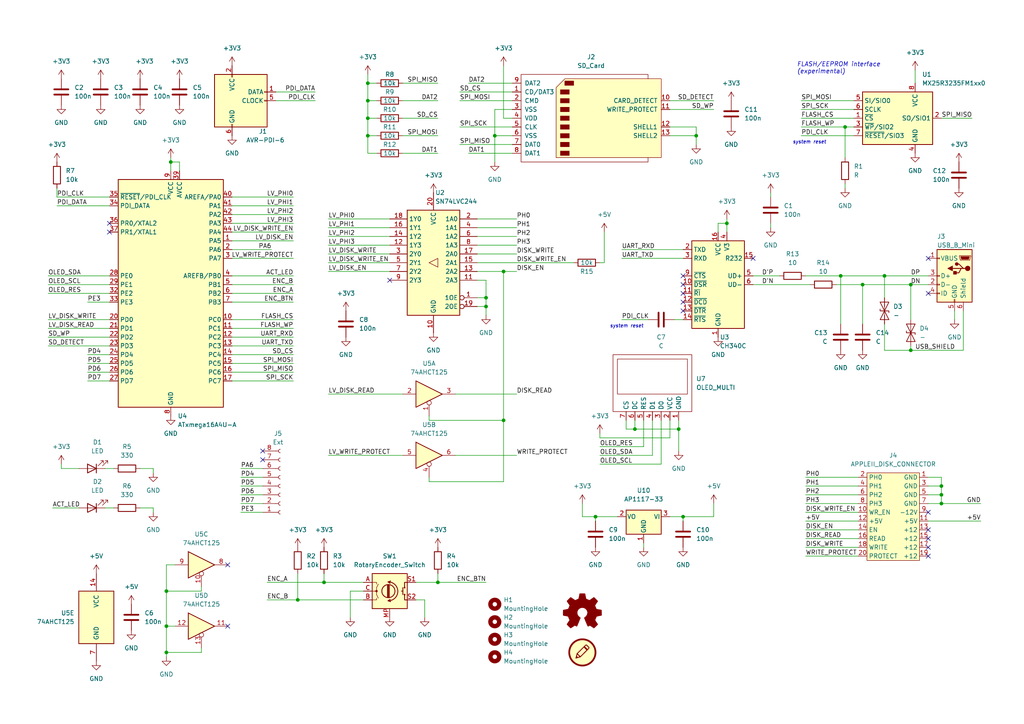
<source format=kicad_sch>
(kicad_sch (version 20211123) (generator eeschema)
  (paper "A4")
  (title_block (title "tinyDiskII") (date "2022-06-11") (rev "1.99") (company "RetrOfficina GLG Programs"))
  (junction (at 196.85 124.46))
  (junction (at 273.05 146.05))
  (junction (at 86.36 173.99))
  (junction (at 264.16 82.55))
  (junction (at 201.93 39.37))
  (junction (at 146.05 121.92))
  (junction (at 210.82 64.77))
  (junction (at 127 168.91))
  (junction (at 106.68 39.37))
  (junction (at 143.51 39.37))
  (junction (at 273.05 143.51))
  (junction (at 184.15 124.46))
  (junction (at 243.84 80.01))
  (junction (at 48.26 171.45))
  (junction (at 264.16 101.6))
  (junction (at 48.26 181.61))
  (junction (at 106.68 34.29))
  (junction (at 146.05 78.74))
  (junction (at 198.12 149.86))
  (junction (at 140.97 88.9))
  (junction (at 250.19 82.55))
  (junction (at 106.68 24.13))
  (junction (at 48.26 189.23))
  (junction (at 273.05 140.97))
  (junction (at 140.97 86.36))
  (junction (at 172.72 149.86))
  (junction (at 245.11 36.83))
  (junction (at 256.54 80.01))
  (junction (at 93.98 168.91))
  (junction (at 106.68 29.21))
  (junction (at 49.53 46.99))
  (no_connect (at 269.24 74.93))
  (no_connect (at 113.03 81.28))
  (no_connect (at 76.2 130.81))
  (no_connect (at 218.44 74.93))
  (no_connect (at 66.04 163.83))
  (no_connect (at 66.04 181.61))
  (no_connect (at 269.24 85.09))
  (no_connect (at 269.24 156.21))
  (no_connect (at 269.24 161.29))
  (no_connect (at 31.75 64.77))
  (no_connect (at 269.24 148.59))
  (no_connect (at 31.75 67.31))
  (no_connect (at 269.24 153.67))
  (no_connect (at 76.2 133.35))
  (no_connect (at 269.24 158.75))
  (no_connect (at 198.12 90.17))
  (no_connect (at 198.12 87.63))
  (no_connect (at 198.12 85.09))
  (no_connect (at 198.12 82.55))
  (no_connect (at 198.12 80.01))
  (wire (pts (xy 232.41 29.21) (xy 247.65 29.21)))
  (wire (pts (xy 180.34 74.93) (xy 198.12 74.93)))
  (wire (pts (xy 232.41 39.37) (xy 247.65 39.37)))
  (wire (pts (xy 243.84 80.01) (xy 256.54 80.01)))
  (wire (pts (xy 245.11 36.83) (xy 245.11 45.72)))
  (wire (pts (xy 106.68 24.13) (xy 109.22 24.13)))
  (wire (pts (xy 76.2 146.05) (xy 69.85 146.05)))
  (wire (pts (xy 264.16 100.33) (xy 264.16 101.6)))
  (wire (pts (xy 13.97 92.71) (xy 31.75 92.71)))
  (wire (pts (xy 184.15 124.46) (xy 184.15 121.92)))
  (wire (pts (xy 146.05 139.7) (xy 124.46 139.7)))
  (wire (pts (xy 58.42 187.96) (xy 58.42 189.23)))
  (wire (pts (xy 85.09 57.15) (xy 67.31 57.15)))
  (wire (pts (xy 106.68 39.37) (xy 109.22 39.37)))
  (wire (pts (xy 201.93 39.37) (xy 201.93 41.91)))
  (wire (pts (xy 85.09 87.63) (xy 67.31 87.63)))
  (wire (pts (xy 276.86 90.17) (xy 276.86 92.71)))
  (wire (pts (xy 195.58 92.71) (xy 198.12 92.71)))
  (wire (pts (xy 140.97 86.36) (xy 140.97 81.28)))
  (wire (pts (xy 85.09 92.71) (xy 67.31 92.71)))
  (wire (pts (xy 207.01 146.05) (xy 207.01 149.86)))
  (wire (pts (xy 48.26 189.23) (xy 48.26 190.5)))
  (wire (pts (xy 85.09 59.69) (xy 67.31 59.69)))
  (wire (pts (xy 44.45 147.32) (xy 44.45 148.59)))
  (wire (pts (xy 196.85 121.92) (xy 196.85 124.46)))
  (wire (pts (xy 95.25 132.08) (xy 116.84 132.08)))
  (wire (pts (xy 181.61 124.46) (xy 184.15 124.46)))
  (wire (pts (xy 76.2 140.97) (xy 69.85 140.97)))
  (wire (pts (xy 52.07 49.53) (xy 52.07 46.99)))
  (wire (pts (xy 30.48 135.89) (xy 33.02 135.89)))
  (wire (pts (xy 106.68 34.29) (xy 106.68 39.37)))
  (wire (pts (xy 138.43 68.58) (xy 149.86 68.58)))
  (wire (pts (xy 248.92 140.97) (xy 233.68 140.97)))
  (wire (pts (xy 106.68 24.13) (xy 106.68 29.21)))
  (wire (pts (xy 196.85 124.46) (xy 196.85 130.81)))
  (wire (pts (xy 13.97 95.25) (xy 31.75 95.25)))
  (wire (pts (xy 248.92 161.29) (xy 233.68 161.29)))
  (wire (pts (xy 232.41 34.29) (xy 247.65 34.29)))
  (wire (pts (xy 194.31 36.83) (xy 201.93 36.83)))
  (wire (pts (xy 76.2 138.43) (xy 69.85 138.43)))
  (wire (pts (xy 16.51 59.69) (xy 31.75 59.69)))
  (wire (pts (xy 168.91 149.86) (xy 172.72 149.86)))
  (wire (pts (xy 116.84 24.13) (xy 127 24.13)))
  (wire (pts (xy 218.44 80.01) (xy 226.06 80.01)))
  (wire (pts (xy 95.25 76.2) (xy 113.03 76.2)))
  (wire (pts (xy 186.69 158.75) (xy 186.69 157.48)))
  (wire (pts (xy 85.09 110.49) (xy 67.31 110.49)))
  (wire (pts (xy 31.75 110.49) (xy 25.4 110.49)))
  (wire (pts (xy 198.12 149.86) (xy 207.01 149.86)))
  (wire (pts (xy 135.89 24.13) (xy 148.59 24.13)))
  (wire (pts (xy 232.41 36.83) (xy 245.11 36.83)))
  (wire (pts (xy 232.41 31.75) (xy 247.65 31.75)))
  (wire (pts (xy 138.43 88.9) (xy 140.97 88.9)))
  (wire (pts (xy 85.09 95.25) (xy 67.31 95.25)))
  (wire (pts (xy 85.09 69.85) (xy 67.31 69.85)))
  (wire (pts (xy 248.92 158.75) (xy 233.68 158.75)))
  (wire (pts (xy 48.26 189.23) (xy 58.42 189.23)))
  (wire (pts (xy 13.97 97.79) (xy 31.75 97.79)))
  (wire (pts (xy 132.08 132.08) (xy 149.86 132.08)))
  (wire (pts (xy 40.64 135.89) (xy 44.45 135.89)))
  (wire (pts (xy 17.78 134.62) (xy 17.78 135.89)))
  (wire (pts (xy 233.68 80.01) (xy 243.84 80.01)))
  (wire (pts (xy 223.52 64.77) (xy 223.52 66.04)))
  (wire (pts (xy 245.11 36.83) (xy 247.65 36.83)))
  (wire (pts (xy 48.26 181.61) (xy 50.8 181.61)))
  (wire (pts (xy 173.99 132.08) (xy 189.23 132.08)))
  (wire (pts (xy 77.47 168.91) (xy 93.98 168.91)))
  (wire (pts (xy 264.16 101.6) (xy 256.54 101.6)))
  (wire (pts (xy 85.09 64.77) (xy 67.31 64.77)))
  (wire (pts (xy 138.43 63.5) (xy 149.86 63.5)))
  (wire (pts (xy 127 166.37) (xy 127 168.91)))
  (wire (pts (xy 49.53 46.99) (xy 49.53 49.53)))
  (wire (pts (xy 40.64 147.32) (xy 44.45 147.32)))
  (wire (pts (xy 146.05 78.74) (xy 146.05 121.92)))
  (wire (pts (xy 48.26 163.83) (xy 48.26 171.45)))
  (wire (pts (xy 127 168.91) (xy 140.97 168.91)))
  (wire (pts (xy 67.31 102.87) (xy 85.09 102.87)))
  (wire (pts (xy 198.12 149.86) (xy 198.12 151.13)))
  (wire (pts (xy 13.97 85.09) (xy 31.75 85.09)))
  (wire (pts (xy 95.25 68.58) (xy 113.03 68.58)))
  (wire (pts (xy 180.34 92.71) (xy 187.96 92.71)))
  (wire (pts (xy 76.2 148.59) (xy 69.85 148.59)))
  (wire (pts (xy 273.05 146.05) (xy 273.05 143.51)))
  (wire (pts (xy 248.92 146.05) (xy 233.68 146.05)))
  (wire (pts (xy 31.75 102.87) (xy 25.4 102.87)))
  (wire (pts (xy 31.75 105.41) (xy 25.4 105.41)))
  (wire (pts (xy 194.31 31.75) (xy 207.01 31.75)))
  (wire (pts (xy 269.24 138.43) (xy 273.05 138.43)))
  (wire (pts (xy 85.09 85.09) (xy 67.31 85.09)))
  (wire (pts (xy 133.35 29.21) (xy 148.59 29.21)))
  (wire (pts (xy 85.09 82.55) (xy 67.31 82.55)))
  (wire (pts (xy 135.89 44.45) (xy 148.59 44.45)))
  (wire (pts (xy 116.84 29.21) (xy 127 29.21)))
  (wire (pts (xy 248.92 153.67) (xy 233.68 153.67)))
  (wire (pts (xy 80.01 26.67) (xy 91.44 26.67)))
  (wire (pts (xy 138.43 78.74) (xy 146.05 78.74)))
  (wire (pts (xy 95.25 78.74) (xy 113.03 78.74)))
  (wire (pts (xy 48.26 171.45) (xy 48.26 181.61)))
  (wire (pts (xy 48.26 181.61) (xy 48.26 189.23)))
  (wire (pts (xy 273.05 146.05) (xy 284.48 146.05)))
  (wire (pts (xy 13.97 100.33) (xy 31.75 100.33)))
  (wire (pts (xy 76.2 143.51) (xy 69.85 143.51)))
  (wire (pts (xy 140.97 88.9) (xy 140.97 91.44)))
  (wire (pts (xy 264.16 101.6) (xy 279.4 101.6)))
  (wire (pts (xy 194.31 121.92) (xy 194.31 127)))
  (wire (pts (xy 52.07 46.99) (xy 49.53 46.99)))
  (wire (pts (xy 273.05 34.29) (xy 281.94 34.29)))
  (wire (pts (xy 180.34 72.39) (xy 198.12 72.39)))
  (wire (pts (xy 208.28 64.77) (xy 210.82 64.77)))
  (wire (pts (xy 138.43 66.04) (xy 149.86 66.04)))
  (wire (pts (xy 85.09 97.79) (xy 67.31 97.79)))
  (wire (pts (xy 269.24 146.05) (xy 273.05 146.05)))
  (wire (pts (xy 106.68 39.37) (xy 106.68 44.45)))
  (wire (pts (xy 140.97 81.28) (xy 138.43 81.28)))
  (wire (pts (xy 181.61 121.92) (xy 181.61 124.46)))
  (wire (pts (xy 78.74 72.39) (xy 67.31 72.39)))
  (wire (pts (xy 279.4 90.17) (xy 279.4 101.6)))
  (wire (pts (xy 269.24 140.97) (xy 273.05 140.97)))
  (wire (pts (xy 172.72 149.86) (xy 172.72 151.13)))
  (wire (pts (xy 31.75 107.95) (xy 25.4 107.95)))
  (wire (pts (xy 85.09 100.33) (xy 67.31 100.33)))
  (wire (pts (xy 106.68 21.59) (xy 106.68 24.13)))
  (wire (pts (xy 175.26 67.31) (xy 175.26 76.2)))
  (wire (pts (xy 85.09 62.23) (xy 67.31 62.23)))
  (wire (pts (xy 184.15 124.46) (xy 196.85 124.46)))
  (wire (pts (xy 124.46 121.92) (xy 146.05 121.92)))
  (wire (pts (xy 146.05 78.74) (xy 149.86 78.74)))
  (wire (pts (xy 106.68 29.21) (xy 109.22 29.21)))
  (wire (pts (xy 210.82 64.77) (xy 210.82 67.31)))
  (wire (pts (xy 93.98 166.37) (xy 93.98 168.91)))
  (wire (pts (xy 106.68 29.21) (xy 106.68 34.29)))
  (wire (pts (xy 77.47 173.99) (xy 86.36 173.99)))
  (wire (pts (xy 273.05 143.51) (xy 273.05 140.97)))
  (wire (pts (xy 256.54 80.01) (xy 256.54 86.36)))
  (wire (pts (xy 194.31 149.86) (xy 198.12 149.86)))
  (wire (pts (xy 31.75 87.63) (xy 25.4 87.63)))
  (wire (pts (xy 138.43 71.12) (xy 149.86 71.12)))
  (wire (pts (xy 44.45 135.89) (xy 44.45 137.16)))
  (wire (pts (xy 133.35 26.67) (xy 148.59 26.67)))
  (wire (pts (xy 173.99 76.2) (xy 175.26 76.2)))
  (wire (pts (xy 116.84 44.45) (xy 127 44.45)))
  (wire (pts (xy 256.54 80.01) (xy 269.24 80.01)))
  (wire (pts (xy 49.53 45.72) (xy 49.53 46.99)))
  (wire (pts (xy 148.59 34.29) (xy 146.05 34.29)))
  (wire (pts (xy 120.65 168.91) (xy 127 168.91)))
  (wire (pts (xy 173.99 127) (xy 194.31 127)))
  (wire (pts (xy 109.22 44.45) (xy 106.68 44.45)))
  (wire (pts (xy 13.97 80.01) (xy 31.75 80.01)))
  (wire (pts (xy 116.84 34.29) (xy 127 34.29)))
  (wire (pts (xy 86.36 166.37) (xy 86.36 173.99)))
  (wire (pts (xy 146.05 19.05) (xy 146.05 34.29)))
  (wire (pts (xy 16.51 57.15) (xy 31.75 57.15)))
  (wire (pts (xy 210.82 63.5) (xy 210.82 64.77)))
  (wire (pts (xy 13.97 82.55) (xy 31.75 82.55)))
  (wire (pts (xy 186.69 121.92) (xy 186.69 129.54)))
  (wire (pts (xy 248.92 143.51) (xy 233.68 143.51)))
  (wire (pts (xy 58.42 170.18) (xy 58.42 171.45)))
  (wire (pts (xy 95.25 114.3) (xy 116.84 114.3)))
  (wire (pts (xy 105.41 171.45) (xy 101.6 171.45)))
  (wire (pts (xy 245.11 53.34) (xy 245.11 54.61)))
  (wire (pts (xy 85.09 74.93) (xy 67.31 74.93)))
  (wire (pts (xy 191.77 134.62) (xy 191.77 121.92)))
  (wire (pts (xy 269.24 151.13) (xy 284.48 151.13)))
  (wire (pts (xy 265.43 20.32) (xy 265.43 24.13)))
  (wire (pts (xy 264.16 82.55) (xy 269.24 82.55)))
  (wire (pts (xy 148.59 31.75) (xy 143.51 31.75)))
  (wire (pts (xy 50.8 163.83) (xy 48.26 163.83)))
  (wire (pts (xy 173.99 125.73) (xy 173.99 127)))
  (wire (pts (xy 95.25 66.04) (xy 113.03 66.04)))
  (wire (pts (xy 194.31 39.37) (xy 201.93 39.37)))
  (wire (pts (xy 248.92 148.59) (xy 233.68 148.59)))
  (wire (pts (xy 93.98 168.91) (xy 105.41 168.91)))
  (wire (pts (xy 123.19 173.99) (xy 123.19 179.07)))
  (wire (pts (xy 208.28 64.77) (xy 208.28 67.31)))
  (wire (pts (xy 85.09 105.41) (xy 67.31 105.41)))
  (wire (pts (xy 95.25 63.5) (xy 113.03 63.5)))
  (wire (pts (xy 194.31 29.21) (xy 207.01 29.21)))
  (wire (pts (xy 124.46 139.7) (xy 124.46 138.43)))
  (wire (pts (xy 69.85 135.89) (xy 76.2 135.89)))
  (wire (pts (xy 85.09 80.01) (xy 67.31 80.01)))
  (wire (pts (xy 86.36 173.99) (xy 105.41 173.99)))
  (wire (pts (xy 248.92 138.43) (xy 233.68 138.43)))
  (wire (pts (xy 189.23 132.08) (xy 189.23 121.92)))
  (wire (pts (xy 120.65 173.99) (xy 123.19 173.99)))
  (wire (pts (xy 133.35 36.83) (xy 148.59 36.83)))
  (wire (pts (xy 223.52 57.15) (xy 223.52 55.88)))
  (wire (pts (xy 143.51 39.37) (xy 148.59 39.37)))
  (wire (pts (xy 101.6 171.45) (xy 101.6 179.07)))
  (wire (pts (xy 85.09 107.95) (xy 67.31 107.95)))
  (wire (pts (xy 85.09 67.31) (xy 67.31 67.31)))
  (wire (pts (xy 264.16 82.55) (xy 264.16 92.71)))
  (wire (pts (xy 248.92 156.21) (xy 233.68 156.21)))
  (wire (pts (xy 106.68 34.29) (xy 109.22 34.29)))
  (wire (pts (xy 80.01 29.21) (xy 91.44 29.21)))
  (wire (pts (xy 173.99 129.54) (xy 186.69 129.54)))
  (wire (pts (xy 30.48 147.32) (xy 33.02 147.32)))
  (wire (pts (xy 243.84 80.01) (xy 243.84 93.98)))
  (wire (pts (xy 218.44 82.55) (xy 234.95 82.55)))
  (wire (pts (xy 133.35 41.91) (xy 148.59 41.91)))
  (wire (pts (xy 256.54 93.98) (xy 256.54 101.6)))
  (wire (pts (xy 95.25 73.66) (xy 113.03 73.66)))
  (wire (pts (xy 116.84 39.37) (xy 127 39.37)))
  (wire (pts (xy 15.24 147.32) (xy 22.86 147.32)))
  (wire (pts (xy 172.72 149.86) (xy 179.07 149.86)))
  (wire (pts (xy 250.19 82.55) (xy 264.16 82.55)))
  (wire (pts (xy 138.43 86.36) (xy 140.97 86.36)))
  (wire (pts (xy 143.51 39.37) (xy 143.51 46.99)))
  (wire (pts (xy 48.26 171.45) (xy 58.42 171.45)))
  (wire (pts (xy 168.91 146.05) (xy 168.91 149.86)))
  (wire (pts (xy 138.43 76.2) (xy 166.37 76.2)))
  (wire (pts (xy 201.93 36.83) (xy 201.93 39.37)))
  (wire (pts (xy 140.97 88.9) (xy 140.97 86.36)))
  (wire (pts (xy 132.08 114.3) (xy 149.86 114.3)))
  (wire (pts (xy 273.05 140.97) (xy 273.05 138.43)))
  (wire (pts (xy 242.57 82.55) (xy 250.19 82.55)))
  (wire (pts (xy 17.78 135.89) (xy 22.86 135.89)))
  (wire (pts (xy 16.51 57.15) (xy 16.51 54.61)))
  (wire (pts (xy 95.25 71.12) (xy 113.03 71.12)))
  (wire (pts (xy 233.68 151.13) (xy 248.92 151.13)))
  (wire (pts (xy 143.51 31.75) (xy 143.51 39.37)))
  (wire (pts (xy 173.99 134.62) (xy 191.77 134.62)))
  (wire (pts (xy 138.43 73.66) (xy 149.86 73.66)))
  (wire (pts (xy 124.46 120.65) (xy 124.46 121.92)))
  (wire (pts (xy 146.05 121.92) (xy 146.05 139.7)))
  (wire (pts (xy 269.24 143.51) (xy 273.05 143.51)))
  (wire (pts (xy 250.19 82.55) (xy 250.19 93.98)))
  (text "FLASH/EEPROM interface\n(experimental)" (at 231.14 21.59 0) (effects (font (size 1.27 1.27) italic) (justify left bottom)))
  (text "system reset" (at 229.87 41.91 0) (effects (font (size 1 1) italic) (justify left bottom)))
  (text "system reset" (at 186.69 95.25 180) (effects (font (size 1 1) italic) (justify right bottom)))
  (label "PD4" (at 25.4 102.87 0))
  (label "LV_PHI2" (at 95.25 68.58 0))
  (label "LV_PHI1" (at 95.25 66.04 0))
  (label "DAT2" (at 135.89 24.13 0))
  (label "PE3" (at 25.4 87.63 0))
  (label "PDI_CLK" (at 91.44 29.21 180))
  (label "+5V" (at 284.48 151.13 180))
  (label "LV_PHI3" (at 85.09 64.77 180))
  (label "OLED_SDA" (at 173.99 132.08 0))
  (label "LV_DISK_WRITE_EN" (at 95.25 76.2 0))
  (label "LV_DISK_READ" (at 95.25 114.3 0))
  (label "DAT2" (at 127 29.21 180))
  (label "LV_PHI0" (at 85.09 57.15 180))
  (label "PH2" (at 149.86 68.58 0))
  (label "ENC_A" (at 77.47 168.91 0))
  (label "D'N" (at 220.98 82.55 0))
  (label "LV_DISK_EN" (at 95.25 78.74 0))
  (label "SD_CS" (at 127 34.29 180))
  (label "PH1" (at 149.86 66.04 0))
  (label "DAT1" (at 127 44.45 180))
  (label "PD4" (at 69.85 138.43 0))
  (label "FLASH_CS" (at 232.41 34.29 0))
  (label "PH3" (at 149.86 71.12 0))
  (label "LV_WRITE_PROTECT" (at 95.25 132.08 0))
  (label "OLED_RES" (at 173.99 129.54 0))
  (label "PH0" (at 149.86 63.5 0))
  (label "SD_CS" (at 85.09 102.87 180))
  (label "SD_DETECT" (at 207.01 29.21 180))
  (label "PH2" (at 233.68 143.51 0))
  (label "DISK_WRITE" (at 149.86 73.66 0))
  (label "DN" (at 264.16 82.55 0))
  (label "PE3" (at 69.85 148.59 0))
  (label "ENC_BTN" (at 140.97 168.91 180))
  (label "LV_PHI0" (at 95.25 63.5 0))
  (label "ENC_BTN" (at 85.09 87.63 180))
  (label "LV_DISK_WRITE_EN" (at 85.09 67.31 180))
  (label "PDI_CLK" (at 232.41 39.37 0))
  (label "ENC_A" (at 85.09 85.09 180))
  (label "LV_DISK_WRITE" (at 13.97 92.71 0))
  (label "LV_WRITE_PROTECT" (at 85.09 74.93 180))
  (label "SPI_SCK" (at 232.41 31.75 0))
  (label "PH3" (at 233.68 146.05 0))
  (label "DISK_EN" (at 233.68 153.67 0))
  (label "LV_DISK_EN" (at 85.09 69.85 180))
  (label "UART_RXD" (at 85.09 97.79 180))
  (label "PD5" (at 69.85 140.97 0))
  (label "LV_DISK_READ" (at 13.97 95.25 0))
  (label "ENC_B" (at 77.47 173.99 0))
  (label "ACT_LED" (at 85.09 80.01 180))
  (label "SPI_MISO" (at 85.09 107.95 180))
  (label "PH0" (at 233.68 138.43 0))
  (label "SPI_SCK" (at 133.35 36.83 0))
  (label "GND" (at 284.48 146.05 180))
  (label "UART_TXD" (at 85.09 100.33 180))
  (label "LV_DISK_WRITE" (at 95.25 73.66 0))
  (label "ENC_B" (at 85.09 82.55 180))
  (label "SD_CS" (at 133.35 26.67 0))
  (label "OLED_SCL" (at 13.97 82.55 0))
  (label "FLASH_WP" (at 232.41 36.83 0))
  (label "ACT_LED" (at 15.24 147.32 0))
  (label "WRITE_PROTECT" (at 233.68 161.29 0))
  (label "SD_DETECT" (at 13.97 100.33 0))
  (label "WRITE_PROTECT" (at 149.86 132.08 0))
  (label "DP" (at 264.16 80.01 0))
  (label "FLASH_WP" (at 85.09 95.25 180))
  (label "DISK_WRITE_EN" (at 149.86 76.2 0))
  (label "DISK_READ" (at 233.68 156.21 0))
  (label "SPI_SCK" (at 85.09 110.49 180))
  (label "PD7" (at 69.85 146.05 0))
  (label "UART_RXD" (at 180.34 72.39 0))
  (label "PDI_CLK" (at 180.34 92.71 0))
  (label "PA6" (at 69.85 135.89 0))
  (label "LV_PHI3" (at 95.25 71.12 0))
  (label "PH1" (at 233.68 140.97 0))
  (label "SPI_MOSI" (at 232.41 29.21 0))
  (label "DISK_WRITE" (at 233.68 158.75 0))
  (label "DISK_WRITE_EN" (at 233.68 148.59 0))
  (label "DAT1" (at 135.89 44.45 0))
  (label "PDI_CLK" (at 16.51 57.15 0))
  (label "PDI_DATA" (at 91.44 26.67 180))
  (label "DISK_READ" (at 149.86 114.3 0))
  (label "SPI_MOSI" (at 85.09 105.41 180))
  (label "SPI_MOSI" (at 127 39.37 180))
  (label "SPI_MISO" (at 127 24.13 180))
  (label "PD7" (at 25.4 110.49 0))
  (label "FLASH_CS" (at 85.09 92.71 180))
  (label "SPI_MISO" (at 281.94 34.29 180))
  (label "D'P" (at 220.98 80.01 0))
  (label "SPI_MOSI" (at 133.35 29.21 0))
  (label "OLED_RES" (at 13.97 85.09 0))
  (label "PD6" (at 69.85 143.51 0))
  (label "LV_PHI2" (at 85.09 62.23 180))
  (label "OLED_SCL" (at 173.99 134.62 0))
  (label "LV_PHI1" (at 85.09 59.69 180))
  (label "DISK_EN" (at 149.86 78.74 0))
  (label "PA6" (at 78.74 72.39 180))
  (label "PDI_DATA" (at 16.51 59.69 0))
  (label "OLED_SDA" (at 13.97 80.01 0))
  (label "SD_WP" (at 207.01 31.75 180))
  (label "SD_WP" (at 13.97 97.79 0))
  (label "+5V" (at 233.68 151.13 0))
  (label "PD5" (at 25.4 105.41 0))
  (label "UART_TXD" (at 180.34 74.93 0))
  (label "SPI_MISO" (at 133.35 41.91 0))
  (label "USB_SHIELD" (at 265.43 101.6 0))
  (label "PD6" (at 25.4 107.95 0))
  (symbol (lib_id "Device:LED") (at 26.67 135.89 180) (unit 1)
    (property "Reference" "D1" (at 28.2575 128.27 0))
    (property "Value" "LED" (at 28.2575 130.81 0))
    (property "Footprint" "LED_SMD:LED_0805_2012Metric" (effects hide))
  )
  (symbol (lib_id "power:GND") (at 223.52 66.04 0) (unit 1)
    (property "Reference" "#PWR0102" (effects hide))
    (property "Value" "GND" (at 223.52 71.12 0))
  )
  (symbol (lib_id "power:GND") (at 100.33 97.79 0) (unit 1)
    (property "Reference" "#PWR06" (effects hide))
    (property "Value" "GND" (at 100.33 102.87 0))
  )
  (symbol (lib_id "Device:R") (at 245.11 49.53 180) (unit 1)
    (property "Reference" "R1" (at 247.65 48.2599 0) (effects (justify right)))
    (property "Value" "R" (at 247.65 50.7999 0) (effects (justify right)))
    (property "Footprint" "Resistor_SMD:R_0805_2012Metric" (effects hide))
  )
  (symbol (lib_id "ModuleEnhanced:OLED_MULTI") (at 200.66 119.38 180) (unit 1)
    (property "Reference" "U7" (at 201.93 109.8549 0) (effects (justify right)))
    (property "Value" "OLED_MULTI" (at 201.93 112.3949 0) (effects (justify right)))
    (property "Footprint" "ModuleEnhanced:OLED_MULTI" (effects hide))
  )
  (symbol (lib_id "Device:R") (at 170.18 76.2 270) (unit 1)
    (property "Reference" "R15" (at 170.18 78.74 90))
    (property "Value" "10k" (at 170.18 76.2 90))
    (property "Footprint" "Resistor_SMD:R_0805_2012Metric" (effects hide))
  )
  (symbol (lib_id "power:+3V3") (at 106.68 21.59 0) (unit 1)
    (property "Reference" "#PWR09" (effects hide))
    (property "Value" "+3V3" (at 106.68 16.51 0))
  )
  (symbol (lib_id "power:GND") (at 243.84 101.6 0) (unit 1)
    (property "Reference" "#PWR014" (effects hide))
    (property "Value" "GND" (at 243.84 106.68 0))
  )
  (symbol (lib_id "Mechanical:MountingHole") (at 143.51 175.26 0) (unit 1)
    (property "Reference" "H1" (at 146.05 173.9899 0) (effects (justify left)))
    (property "Value" "MountingHole" (at 146.05 176.5299 0) (effects (justify left)))
    (property "Footprint" "MountingHole:MountingHole_3.2mm_M3" (effects hide))
  )
  (symbol (lib_id "Mechanical:MountingHole") (at 143.51 190.5 0) (unit 1)
    (property "Reference" "H4" (at 146.05 189.2299 0) (effects (justify left)))
    (property "Value" "MountingHole" (at 146.05 191.7699 0) (effects (justify left)))
    (property "Footprint" "MountingHole:MountingHole_3.2mm_M3" (effects hide))
  )
  (symbol (lib_id "Connector:AVR-PDI-6") (at 69.85 29.21 0) (unit 1)
    (property "Reference" "J1" (at 77.47 38.1 0) (effects (justify right)))
    (property "Value" "AVR-PDI-6" (at 82.55 40.64 0) (effects (justify right)))
    (property "Footprint" "Connector_PinHeader_2.54mm:PinHeader_2x03_P2.54mm_Vertical" (effects hide))
    (property "Reference" "J1" (effects hide))
    (property "Value" "AVR-PDI-6" (effects hide))
  )
  (symbol (lib_id "power:GND") (at 123.19 179.07 0) (unit 1)
    (property "Reference" "#PWR0142" (effects hide))
    (property "Value" "GND" (at 123.19 184.15 0))
  )
  (symbol (lib_id "Device:C") (at 191.77 92.71 90) (unit 1)
    (property "Reference" "C7" (at 191.77 97.79 90))
    (property "Value" "C" (at 191.77 100.33 90))
    (property "Footprint" "Capacitor_SMD:C_0805_2012Metric" (effects hide))
  )
  (symbol (lib_id "Device:C") (at 278.13 50.8 0) (unit 1)
    (property "Reference" "C12" (at 270.51 49.53 0) (effects (justify left)))
    (property "Value" "100n" (at 270.51 52.07 0) (effects (justify left)))
    (property "Footprint" "Capacitor_SMD:C_0805_2012Metric" (effects hide))
  )
  (symbol (lib_id "Mechanical:MountingHole") (at 143.51 185.42 0) (unit 1)
    (property "Reference" "H3" (at 146.05 184.1499 0) (effects (justify left)))
    (property "Value" "MountingHole" (at 146.05 186.6899 0) (effects (justify left)))
    (property "Footprint" "MountingHole:MountingHole_3.2mm_M3" (effects hide))
  )
  (symbol (lib_id "Device:R") (at 238.76 82.55 90) (unit 1)
    (property "Reference" "R14" (at 238.76 76.2 90))
    (property "Value" "10" (at 238.76 78.74 90))
    (property "Footprint" "Resistor_SMD:R_0805_2012Metric" (effects hide))
  )
  (symbol (lib_id "Device:R") (at 93.98 162.56 180) (unit 1)
    (property "Reference" "R3" (at 96.52 161.2899 0) (effects (justify right)))
    (property "Value" "10k" (at 96.52 163.8299 0) (effects (justify right)))
    (property "Footprint" "Resistor_SMD:R_0805_2012Metric" (effects hide))
  )
  (symbol (lib_id "power:+3.3V") (at 49.53 45.72 0) (unit 1)
    (property "Reference" "#PWR0109" (effects hide))
    (property "Value" "+3.3V" (at 49.53 40.64 0))
  )
  (symbol (lib_id "power:GND") (at 196.85 130.81 0) (mirror y) (unit 1)
    (property "Reference" "#PWR0130" (effects hide))
    (property "Value" "GND" (at 196.85 135.89 0))
  )
  (symbol (lib_id "power:+3.3V") (at 16.51 46.99 0) (unit 1)
    (property "Reference" "#PWR0106" (effects hide))
    (property "Value" "+3.3V" (at 16.51 41.91 0))
  )
  (symbol (lib_id "power:GND") (at 67.31 39.37 0) (unit 1)
    (property "Reference" "#PWR0105" (effects hide))
    (property "Value" "GND" (at 67.31 44.45 0))
  )
  (symbol (lib_id "power:GND") (at 52.07 30.48 0) (unit 1)
    (property "Reference" "#PWR0124" (effects hide))
    (property "Value" "GND" (at 52.07 35.56 0))
  )
  (symbol (lib_id "power:GND") (at 17.78 30.48 0) (unit 1)
    (property "Reference" "#PWR0118" (effects hide))
    (property "Value" "GND" (at 17.78 35.56 0))
  )
  (symbol (lib_id "74xx:74LS125") (at 124.46 114.3 0) (unit 1)
    (property "Reference" "U5" (at 124.46 105.41 0))
    (property "Value" "74AHCT125" (at 124.46 107.95 0))
    (property "Footprint" "Package_SO:SOIC-14_3.9x8.7mm_P1.27mm" (effects hide))
    (property "Datasheet" "http://www.ti.com/lit/gpn/sn74LS125" (effects hide))
  )
  (symbol (lib_id "power:GND") (at 29.21 30.48 0) (unit 1)
    (property "Reference" "#PWR0117" (effects hide))
    (property "Value" "GND" (at 29.21 35.56 0))
  )
  (symbol (lib_id "Device:LED") (at 26.67 147.32 180) (unit 1)
    (property "Reference" "D2" (at 28.2575 139.7 0))
    (property "Value" "LED" (at 28.2575 142.24 0))
    (property "Footprint" "LED_SMD:LED_0805_2012Metric" (effects hide))
  )
  (symbol (lib_id "Interface_USB:CH340C") (at 208.28 82.55 0) (mirror y) (unit 1)
    (property "Reference" "U3" (at 208.8006 97.79 0) (effects (justify right)))
    (property "Value" "CH340C" (at 208.8006 100.33 0) (effects (justify right)))
    (property "Footprint" "Package_SO:SOIC-16_3.9x9.9mm_P1.27mm" (effects hide))
    (property "Datasheet" "https://datasheet.lcsc.com/szlcsc/Jiangsu-Qin-Heng-CH340C_C84681.pdf" (effects hide))
  )
  (symbol (lib_id "Connector:USB_B_Mini") (at 276.86 80.01 0) (mirror y) (unit 1)
    (property "Reference" "J3" (at 271.78 68.58 0) (effects (justify right)))
    (property "Value" "USB_B_Mini" (at 271.78 71.12 0) (effects (justify right)))
    (property "Footprint" "Connector_USB_Enhanced:USB_Mini-B_THT_generic" (effects hide))
  )
  (symbol (lib_id "power:+3V3") (at 125.73 55.88 0) (unit 1)
    (property "Reference" "#PWR0111" (effects hide))
    (property "Value" "+3V3" (at 125.73 50.8 0))
  )
  (symbol (lib_id "74xx:74LS125") (at 27.94 179.07 0) (unit 5)
    (property "Reference" "U5" (at 21.59 177.7999 0) (effects (justify right)))
    (property "Value" "74AHCT125" (at 21.59 180.3399 0) (effects (justify right)))
    (property "Footprint" "Package_SO:SOIC-14_3.9x8.7mm_P1.27mm" (effects hide))
    (property "Datasheet" "http://www.ti.com/lit/gpn/sn74LS125" (effects hide))
  )
  (symbol (lib_id "Device:R") (at 113.03 34.29 90) (unit 1)
    (property "Reference" "R10" (at 113.03 31.75 90))
    (property "Value" "10k" (at 113.03 34.29 90))
    (property "Footprint" "Resistor_SMD:R_0805_2012Metric" (effects hide))
  )
  (symbol (lib_id "power:GND") (at 201.93 41.91 0) (unit 1)
    (property "Reference" "#PWR0128" (effects hide))
    (property "Value" "GND" (at 201.93 46.99 0))
  )
  (symbol (lib_id "Device:R") (at 113.03 39.37 90) (unit 1)
    (property "Reference" "R11" (at 113.03 36.83 90))
    (property "Value" "10k" (at 113.03 39.37 90))
    (property "Footprint" "Resistor_SMD:R_0805_2012Metric" (effects hide))
  )
  (symbol (lib_id "power:GND") (at 27.94 191.77 0) (unit 1)
    (property "Reference" "#PWR0138" (effects hide))
    (property "Value" "GND" (at 27.94 196.85 0))
  )
  (symbol (lib_id "power:+3V3") (at 168.91 146.05 0) (mirror y) (unit 1)
    (property "Reference" "#PWR02" (effects hide))
    (property "Value" "+3V3" (at 168.91 140.97 0))
  )
  (symbol (lib_id "power:+3V3") (at 146.05 19.05 0) (unit 1)
    (property "Reference" "#PWR0134" (effects hide))
    (property "Value" "+3V3" (at 146.05 13.97 0))
  )
  (symbol (lib_id "Device:C") (at 52.07 26.67 0) (unit 1)
    (property "Reference" "C5" (at 55.88 25.3999 0) (effects (justify left)))
    (property "Value" "100n" (at 55.88 27.9399 0) (effects (justify left)))
    (property "Footprint" "Capacitor_SMD:C_0805_2012Metric" (effects hide))
  )
  (symbol (lib_id "power:GND") (at 140.97 91.44 0) (unit 1)
    (property "Reference" "#PWR01" (effects hide))
    (property "Value" "GND" (at 140.97 96.52 0))
  )
  (symbol (lib_id "power:GND") (at 38.1 182.88 0) (unit 1)
    (property "Reference" "#PWR0115" (effects hide))
    (property "Value" "GND" (at 38.1 187.96 0))
  )
  (symbol (lib_id "Vintage:APPLEII_DISK_CONNECTOR") (at 259.08 146.05 0) (mirror y) (unit 1)
    (property "Reference" "J4" (at 259.08 132.08 0))
    (property "Value" "APPLEII_DISK_CONNECTOR" (at 259.08 134.62 0))
    (property "Footprint" "Connector_IDC_SMDTHT:IDC-Header_2x10_P2.54mm" (effects hide))
  )
  (symbol (lib_id "power:GND") (at 198.12 158.75 0) (mirror y) (unit 1)
    (property "Reference" "#PWR08" (effects hide))
    (property "Value" "GND" (at 198.12 163.83 0))
  )
  (symbol (lib_id "Device:C") (at 40.64 26.67 0) (unit 1)
    (property "Reference" "C4" (at 44.45 25.3999 0) (effects (justify left)))
    (property "Value" "100n" (at 44.45 27.9399 0) (effects (justify left)))
    (property "Footprint" "Capacitor_SMD:C_0805_2012Metric" (effects hide))
  )
  (symbol (lib_id "power:+3.3V") (at 86.36 158.75 0) (unit 1)
    (property "Reference" "#PWR0139" (effects hide))
    (property "Value" "+3.3V" (at 86.36 153.67 0))
  )
  (symbol (lib_id "Device:R") (at 16.51 50.8 180) (unit 1)
    (property "Reference" "R7" (at 19.05 49.5299 0) (effects (justify right)))
    (property "Value" "10k" (at 19.05 52.0699 0) (effects (justify right)))
    (property "Footprint" "Resistor_SMD:R_0805_2012Metric" (effects hide))
  )
  (symbol (lib_id "Device:C") (at 250.19 97.79 0) (unit 1)
    (property "Reference" "C14" (at 254 96.5199 0) (effects (justify left)))
    (property "Value" "C" (at 254 99.0599 0) (effects (justify left)))
    (property "Footprint" "Capacitor_SMD:C_0805_2012Metric" (effects hide))
  )
  (symbol (lib_id "power:GND") (at 172.72 158.75 0) (mirror y) (unit 1)
    (property "Reference" "#PWR07" (effects hide))
    (property "Value" "GND" (at 172.72 163.83 0))
  )
  (symbol (lib_id "Connector:Conn_01x08_Female") (at 81.28 140.97 0) (mirror x) (unit 1)
    (property "Reference" "J5" (at 80.645 125.73 0))
    (property "Value" "Ext" (at 80.645 128.27 0))
    (property "Footprint" "Connector_PinHeader_2.00mm:PinHeader_2x04_P2.00mm_Vertical" (effects hide))
  )
  (symbol (lib_id "Device:R") (at 36.83 147.32 90) (unit 1)
    (property "Reference" "R6" (at 36.83 140.97 90))
    (property "Value" "330" (at 36.83 143.51 90))
    (property "Footprint" "Resistor_SMD:R_0805_2012Metric" (effects hide))
  )
  (symbol (lib_id "power:+3.3V") (at 93.98 158.75 0) (unit 1)
    (property "Reference" "#PWR0140" (effects hide))
    (property "Value" "+3.3V" (at 93.98 153.67 0))
  )
  (symbol (lib_id "power:GND") (at 276.86 92.71 0) (unit 1)
    (property "Reference" "#PWR0103" (effects hide))
    (property "Value" "GND" (at 276.86 97.79 0))
  )
  (symbol (lib_id "power:+3.3V") (at 278.13 46.99 0) (unit 1)
    (property "Reference" "#PWR012" (effects hide))
    (property "Value" "+3.3V" (at 278.13 41.91 0))
  )
  (symbol (lib_id "power:+3V3") (at 265.43 20.32 0) (unit 1)
    (property "Reference" "#PWR0113" (effects hide))
    (property "Value" "+3V3" (at 265.43 15.24 0))
  )
  (symbol (lib_id "Device:R") (at 229.87 80.01 90) (unit 1)
    (property "Reference" "R13" (at 229.87 73.66 90))
    (property "Value" "10" (at 229.87 76.2 90))
    (property "Footprint" "Resistor_SMD:R_0805_2012Metric" (effects hide))
  )
  (symbol (lib_id "power:+3.3V") (at 40.64 22.86 0) (unit 1)
    (property "Reference" "#PWR0121" (effects hide))
    (property "Value" "+3.3V" (at 41.91 17.78 0))
  )
  (symbol (lib_id "power:GND") (at 44.45 137.16 0) (unit 1)
    (property "Reference" "#PWR0131" (effects hide))
    (property "Value" "GND" (at 44.45 142.24 0))
  )
  (symbol (lib_id "power:GND") (at 245.11 54.61 0) (unit 1)
    (property "Reference" "#PWR0129" (effects hide))
    (property "Value" "GND" (at 245.11 59.69 0))
  )
  (symbol (lib_id "power:GND") (at 113.03 179.07 0) (unit 1)
    (property "Reference" "#PWR0127" (effects hide))
    (property "Value" "GND" (at 113.03 184.15 0))
  )
  (symbol (lib_id "Device:C") (at 198.12 154.94 0) (unit 1)
    (property "Reference" "C10" (at 201.93 153.6699 0) (effects (justify left)))
    (property "Value" "100n" (at 201.93 156.2099 0) (effects (justify left)))
    (property "Footprint" "Capacitor_SMD:C_0805_2012Metric" (effects hide))
  )
  (symbol (lib_id "Device:C") (at 100.33 93.98 0) (unit 1)
    (property "Reference" "C8" (at 104.14 92.7099 0) (effects (justify left)))
    (property "Value" "100n" (at 104.14 95.2499 0) (effects (justify left)))
    (property "Footprint" "Capacitor_SMD:C_0805_2012Metric" (effects hide))
  )
  (symbol (lib_id "Device:C") (at 17.78 26.67 0) (unit 1)
    (property "Reference" "C2" (at 21.59 25.3999 0) (effects (justify left)))
    (property "Value" "100n" (at 21.59 27.9399 0) (effects (justify left)))
    (property "Footprint" "Capacitor_SMD:C_0805_2012Metric" (effects hide))
    (property "Reference" "C2" (effects hide))
    (property "Value" "100n" (effects hide))
  )
  (symbol (lib_id "power:GND") (at 44.45 148.59 0) (unit 1)
    (property "Reference" "#PWR0132" (effects hide))
    (property "Value" "GND" (at 44.45 153.67 0))
  )
  (symbol (lib_id "power:GND") (at 212.09 36.83 0) (unit 1)
    (property "Reference" "#PWR011" (effects hide))
    (property "Value" "GND" (at 212.09 41.91 0))
  )
  (symbol (lib_id "power:GND") (at 208.28 97.79 0) (unit 1)
    (property "Reference" "#PWR0104" (effects hide))
    (property "Value" "GND" (at 208.28 102.87 0))
  )
  (symbol (lib_id "power:+3.3V") (at 223.52 55.88 0) (unit 1)
    (property "Reference" "#PWR0110" (effects hide))
    (property "Value" "+3.3V" (at 223.52 50.8 0))
  )
  (symbol (lib_id "power:+3.3V") (at 17.78 134.62 0) (unit 1)
    (property "Reference" "#PWR0108" (effects hide))
    (property "Value" "+3.3V" (at 17.78 129.54 0))
  )
  (symbol (lib_id "Diode:SD05_SOD323") (at 264.16 96.52 90) (unit 1)
    (property "Reference" "D4" (at 266.7 95.2499 90) (effects (justify right)))
    (property "Value" "-" (at 266.7 97.7899 90) (effects (justify right)))
    (property "Footprint" "Diode_SMD:D_SOD-323" (effects hide))
    (property "Datasheet" "https://www.littelfuse.com/~/media/electronics/datasheets/tvs_diode_arrays/littelfuse_tvs_diode_array_sd_c_datasheet.pdf.pdf" (effects hide))
  )
  (symbol (lib_id "power:+5V") (at 207.01 146.05 0) (mirror y) (unit 1)
    (property "Reference" "#PWR03" (effects hide))
    (property "Value" "+5V" (at 207.01 140.97 0))
  )
  (symbol (lib_id "Graphic:Logo_Open_Hardware_Small") (at 168.91 177.8 0) (unit 1)
    (property "Reference" "SYM2" (effects hide))
    (property "Value" "Logo_Open_Hardware_Small" (effects hide))
    (property "Footprint" "Symbol:OSHW-Symbol_6.7x6mm_SilkScreen" (effects hide))
  )
  (symbol (lib_id "Device:C") (at 223.52 60.96 0) (unit 1)
    (property "Reference" "C1" (at 227.33 59.6899 0) (effects (justify left)))
    (property "Value" "100n" (at 227.33 62.2299 0) (effects (justify left)))
    (property "Footprint" "Capacitor_SMD:C_0805_2012Metric" (effects hide))
  )
  (symbol (lib_id "power:+3.3V") (at 127 158.75 0) (unit 1)
    (property "Reference" "#PWR0141" (effects hide))
    (property "Value" "+3.3V" (at 127 153.67 0))
  )
  (symbol (lib_id "power:+3.3V") (at 100.33 90.17 0) (unit 1)
    (property "Reference" "#PWR05" (effects hide))
    (property "Value" "+3.3V" (at 100.33 85.09 0))
  )
  (symbol (lib_id "power:+5V") (at 175.26 67.31 0) (mirror y) (unit 1)
    (property "Reference" "#PWR016" (effects hide))
    (property "Value" "+5V" (at 175.26 62.23 0))
  )
  (symbol (lib_id "power:GND") (at 143.51 46.99 0) (unit 1)
    (property "Reference" "#PWR0135" (effects hide))
    (property "Value" "GND" (at 143.51 52.07 0))
  )
  (symbol (lib_id "Device:C") (at 172.72 154.94 0) (unit 1)
    (property "Reference" "C9" (at 176.53 153.6699 0) (effects (justify left)))
    (property "Value" "100n" (at 176.53 156.2099 0) (effects (justify left)))
    (property "Footprint" "Capacitor_SMD:C_0805_2012Metric" (effects hide))
  )
  (symbol (lib_id "MCU_Microchip_ATmega:ATxmega16A4U-A") (at 49.53 85.09 0) (unit 1)
    (property "Reference" "U4" (at 51.5494 120.65 0) (effects (justify left)))
    (property "Value" "ATxmega16A4U-A" (at 51.5494 123.19 0) (effects (justify left)))
    (property "Footprint" "Package_QFP:TQFP-44_10x10mm_P0.8mm" (effects hide))
    (property "Footprint" "Package_QFP:TQFP-44_10x10mm_P0.8mm" (effects hide))
    (property "Reference" "U4" (effects hide))
    (property "Value" "ATxmega16A4U-A" (effects hide))
  )
  (symbol (lib_id "Mechanical:MountingHole") (at 143.51 180.34 0) (unit 1)
    (property "Reference" "H2" (at 146.05 179.0699 0) (effects (justify left)))
    (property "Value" "MountingHole" (at 146.05 181.6099 0) (effects (justify left)))
    (property "Footprint" "MountingHole:MountingHole_3.2mm_M3" (effects hide))
  )
  (symbol (lib_id "Device:C") (at 29.21 26.67 0) (unit 1)
    (property "Reference" "C3" (at 33.02 25.3999 0) (effects (justify left)))
    (property "Value" "100n" (at 33.02 27.9399 0) (effects (justify left)))
    (property "Footprint" "Capacitor_SMD:C_0805_2012Metric" (effects hide))
  )
  (symbol (lib_id "power:GND") (at 265.43 44.45 0) (unit 1)
    (property "Reference" "#PWR0126" (effects hide))
    (property "Value" "GND" (at 265.43 49.53 0))
  )
  (symbol (lib_id "power:+3V3") (at 173.99 125.73 0) (mirror y) (unit 1)
    (property "Reference" "#PWR0133" (effects hide))
    (property "Value" "+3V3" (at 173.99 120.65 0))
  )
  (symbol (lib_id "power:+5V") (at 38.1 175.26 0) (unit 1)
    (property "Reference" "#PWR0116" (effects hide))
    (property "Value" "+5V" (at 38.1 170.18 0))
  )
  (symbol (lib_id "74xx:74LS125") (at 124.46 132.08 0) (unit 2)
    (property "Reference" "U5" (at 124.46 123.19 0))
    (property "Value" "74AHCT125" (at 124.46 125.73 0))
    (property "Footprint" "Package_SO:SOIC-14_3.9x8.7mm_P1.27mm" (effects hide))
    (property "Datasheet" "http://www.ti.com/lit/gpn/sn74LS125" (effects hide))
  )
  (symbol (lib_id "DeviceEnhanced:RotaryEncoder_Switch") (at 113.03 171.45 0) (unit 1)
    (property "Reference" "SW1" (at 113.03 161.29 0))
    (property "Value" "RotaryEncoder_Switch" (at 113.03 163.83 0))
    (property "Footprint" "DeviceEnhanced:RotaryEncoder_Switch" (effects hide))
  )
  (symbol (lib_id "Lapis:GraphicSymbol") (at 168.91 189.23 0) (unit 1)
    (property "Reference" "SYM1" (effects hide))
    (property "Value" "GraphicSymbol" (effects hide))
    (property "Footprint" "Vintage:Apple_Logo" (effects hide))
  )
  (symbol (lib_id "Device:R") (at 86.36 162.56 180) (unit 1)
    (property "Reference" "R2" (at 88.9 161.2899 0) (effects (justify right)))
    (property "Value" "10k" (at 88.9 163.8299 0) (effects (justify right)))
    (property "Footprint" "Resistor_SMD:R_0805_2012Metric" (effects hide))
  )
  (symbol (lib_id "power:+3.3V") (at 52.07 22.86 0) (unit 1)
    (property "Reference" "#PWR0123" (effects hide))
    (property "Value" "+3.3V" (at 52.07 17.78 0))
  )
  (symbol (lib_id "power:+5V") (at 27.94 166.37 0) (unit 1)
    (property "Reference" "#PWR0136" (effects hide))
    (property "Value" "+5V" (at 27.94 161.29 0))
  )
  (symbol (lib_id "power:GND") (at 49.53 120.65 0) (unit 1)
    (property "Reference" "#PWR0122" (effects hide))
    (property "Value" "GND" (at 49.53 125.73 0))
  )
  (symbol (lib_id "power:+3.3V") (at 212.09 29.21 0) (unit 1)
    (property "Reference" "#PWR010" (effects hide))
    (property "Value" "+3.3V" (at 212.09 24.13 0))
  )
  (symbol (lib_id "Regulator_Linear:AP1117-33") (at 186.69 149.86 0) (mirror y) (unit 1)
    (property "Reference" "U10" (at 186.69 142.24 0))
    (property "Value" "AP1117-33" (at 186.69 144.78 0))
    (property "Footprint" "Package_TO_SOT_SMD:SOT-223-3_TabPin2" (effects hide))
    (property "Datasheet" "http://www.diodes.com/datasheets/AP1117.pdf" (effects hide))
  )
  (symbol (lib_id "power:GND") (at 250.19 101.6 0) (unit 1)
    (property "Reference" "#PWR015" (effects hide))
    (property "Value" "GND" (at 250.19 106.68 0))
  )
  (symbol (lib_id "Device:R") (at 127 162.56 180) (unit 1)
    (property "Reference" "R4" (at 129.54 161.2899 0) (effects (justify right)))
    (property "Value" "10k" (at 129.54 163.8299 0) (effects (justify right)))
    (property "Footprint" "Resistor_SMD:R_0805_2012Metric" (effects hide))
  )
  (symbol (lib_id "power:+3.3V") (at 29.21 22.86 0) (unit 1)
    (property "Reference" "#PWR0120" (effects hide))
    (property "Value" "+3.3V" (at 29.21 17.78 0))
  )
  (symbol (lib_id "power:+3.3V") (at 210.82 63.5 0) (unit 1)
    (property "Reference" "#PWR0101" (effects hide))
    (property "Value" "+3.3V" (at 210.82 58.42 0))
  )
  (symbol (lib_id "74xx:74HC244") (at 125.73 76.2 0) (mirror y) (unit 1)
    (property "Reference" "U2" (at 126.2506 55.88 0) (effects (justify right)))
    (property "Value" "SN74LVC244" (at 126.2506 58.42 0) (effects (justify right)))
    (property "Footprint" "Package_SO:SOIC-20W_7.5x12.8mm_P1.27mm" (effects hide))
    (property "Datasheet" "https://assets.nexperia.com/documents/data-sheet/74HC_HCT244.pdf" (effects hide))
  )
  (symbol (lib_id "power:GND") (at 125.73 96.52 0) (unit 1)
    (property "Reference" "#PWR0107" (effects hide))
    (property "Value" "GND" (at 125.73 101.6 0))
  )
  (symbol (lib_id "power:+3.3V") (at 67.31 19.05 0) (unit 1)
    (property "Reference" "#PWR0114" (effects hide))
    (property "Value" "+3.3V" (at 67.31 13.97 0))
  )
  (symbol (lib_id "Diode:SD05_SOD323") (at 256.54 90.17 90) (unit 1)
    (property "Reference" "D3" (at 259.08 88.8999 90) (effects (justify right)))
    (property "Value" "-" (at 259.08 91.4399 90) (effects (justify right)))
    (property "Footprint" "Diode_SMD:D_SOD-323" (effects hide))
    (property "Datasheet" "https://www.littelfuse.com/~/media/electronics/datasheets/tvs_diode_arrays/littelfuse_tvs_diode_array_sd_c_datasheet.pdf.pdf" (effects hide))
  )
  (symbol (lib_id "74xx:74LS125") (at 58.42 163.83 0) (unit 3)
    (property "Reference" "U5" (at 58.42 154.94 0))
    (property "Value" "74AHCT125" (at 58.42 157.48 0))
    (property "Footprint" "Package_SO:SOIC-14_3.9x8.7mm_P1.27mm" (effects hide))
    (property "Datasheet" "http://www.ti.com/lit/gpn/sn74LS125" (effects hide))
  )
  (symbol (lib_id "power:GND") (at 48.26 190.5 0) (unit 1)
    (property "Reference" "#PWR0143" (effects hide))
    (property "Value" "GND" (at 48.26 195.58 0))
  )
  (symbol (lib_id "Device:C") (at 212.09 33.02 0) (unit 1)
    (property "Reference" "C11" (at 215.9 31.7499 0) (effects (justify left)))
    (property "Value" "100n" (at 215.9 34.2899 0) (effects (justify left)))
    (property "Footprint" "Capacitor_SMD:C_0805_2012Metric" (effects hide))
  )
  (symbol (lib_id "Connector:SD_Card") (at 171.45 34.29 0) (unit 1)
    (property "Reference" "J2" (at 171.45 16.51 0))
    (property "Value" "SD_Card" (at 171.45 19.05 0))
    (property "Footprint" "Connector_Card_Enhanced:SDCard" (effects hide))
    (property "Datasheet" "http://portal.fciconnect.com/Comergent//fci/drawing/10067847.pdf" (effects hide))
  )
  (symbol (lib_id "Device:C") (at 243.84 97.79 0) (unit 1)
    (property "Reference" "C13" (at 240.03 96.5199 0) (effects (justify right)))
    (property "Value" "C" (at 240.03 99.0599 0) (effects (justify right)))
    (property "Footprint" "Capacitor_SMD:C_0805_2012Metric" (effects hide))
  )
  (symbol (lib_id "power:GND") (at 101.6 179.07 0) (unit 1)
    (property "Reference" "#PWR0137" (effects hide))
    (property "Value" "GND" (at 101.6 184.15 0))
  )
  (symbol (lib_id "power:GND") (at 186.69 158.75 0) (mirror y) (unit 1)
    (property "Reference" "#PWR04" (effects hide))
    (property "Value" "GND" (at 186.69 163.83 0))
  )
  (symbol (lib_id "Device:R") (at 113.03 29.21 90) (unit 1)
    (property "Reference" "R9" (at 113.03 26.67 90))
    (property "Value" "10k" (at 113.03 29.21 90))
    (property "Footprint" "Resistor_SMD:R_0805_2012Metric" (effects hide))
  )
  (symbol (lib_id "Device:C") (at 38.1 179.07 0) (unit 1)
    (property "Reference" "C6" (at 41.91 177.7999 0) (effects (justify left)))
    (property "Value" "100n" (at 41.91 180.3399 0) (effects (justify left)))
    (property "Footprint" "Capacitor_SMD:C_0805_2012Metric" (effects hide))
  )
  (symbol (lib_id "power:+3.3V") (at 17.78 22.86 0) (unit 1)
    (property "Reference" "#PWR0119" (effects hide))
    (property "Value" "+3.3V" (at 17.78 17.78 0))
  )
  (symbol (lib_id "Device:R") (at 113.03 24.13 90) (unit 1)
    (property "Reference" "R8" (at 113.03 21.59 90))
    (property "Value" "10k" (at 113.03 24.13 90))
    (property "Footprint" "Resistor_SMD:R_0805_2012Metric" (effects hide))
  )
  (symbol (lib_id "Memory_Flash:MX25R3235FM1xx0") (at 260.35 34.29 0) (unit 1)
    (property "Reference" "U1" (at 267.4494 21.59 0) (effects (justify left)))
    (property "Value" "MX25R3235FM1xx0" (at 267.4494 24.13 0) (effects (justify left)))
    (property "Footprint" "Package_SO:SOP-8_3.9x4.9mm_P1.27mm" (effects hide))
    (property "Datasheet" "http://www.macronix.com/Lists/Datasheet/Attachments/7534/MX25R3235F,%20Wide%20Range,%2032Mb,%20v1.6.pdf" (effects hide))
  )
  (symbol (lib_id "Device:R") (at 113.03 44.45 90) (unit 1)
    (property "Reference" "R12" (at 113.03 41.91 90))
    (property "Value" "10k" (at 113.03 44.45 90))
    (property "Footprint" "Resistor_SMD:R_0805_2012Metric" (effects hide))
  )
  (symbol (lib_id "power:GND") (at 40.64 30.48 0) (unit 1)
    (property "Reference" "#PWR0125" (effects hide))
    (property "Value" "GND" (at 40.64 35.56 0))
  )
  (symbol (lib_id "Device:R") (at 36.83 135.89 90) (unit 1)
    (property "Reference" "R5" (at 36.83 129.54 90))
    (property "Value" "330" (at 36.83 132.08 90))
    (property "Footprint" "Resistor_SMD:R_0805_2012Metric" (effects hide))
  )
  (symbol (lib_id "74xx:74LS125") (at 58.42 181.61 0) (unit 4)
    (property "Reference" "U5" (at 58.42 172.72 0))
    (property "Value" "74AHCT125" (at 58.42 175.26 0))
    (property "Footprint" "Package_SO:SOIC-14_3.9x8.7mm_P1.27mm" (effects hide))
    (property "Datasheet" "http://www.ti.com/lit/gpn/sn74LS125" (effects hide))
  )
  (symbol (lib_id "power:GND") (at 278.13 54.61 0) (unit 1)
    (property "Reference" "#PWR013" (effects hide))
    (property "Value" "GND" (at 278.13 59.69 0))
  )
)
</source>
